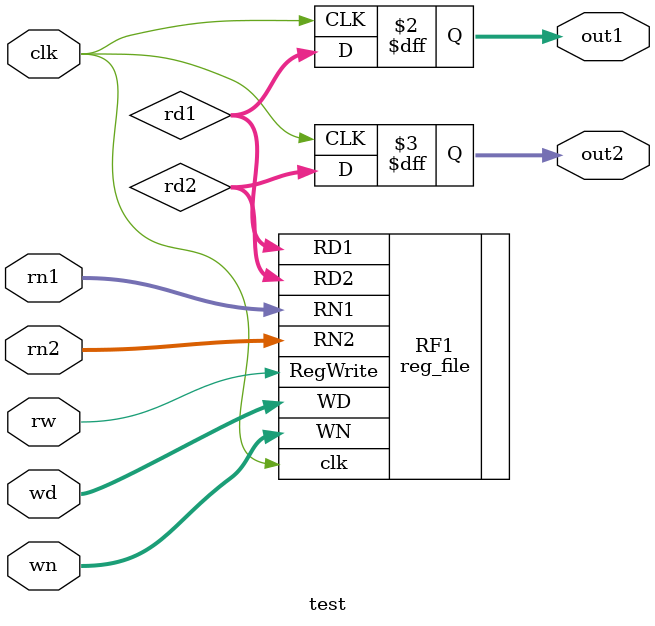
<source format=v>
`include "reg_file.v"

module test(clk, rw, rn1, rn2, wn, out1, out2, wd);

input             clk;
input             rw;
input      [4:0]  rn1, rn2, wn;
input      [31:0] wd;
output reg [31:0] out1, out2;

reg [31:0] rd1, rd2;

reg_file RF1(.clk(clk), .RegWrite(rw), .RN1(rn1), .RN2(rn2), .WN(wn), .RD1(rd1), .RD2(rd2), .WD(wd));

always @(posedge clk) begin
	out1 <= rd1;
	out2 <= rd2;
end

endmodule

</source>
